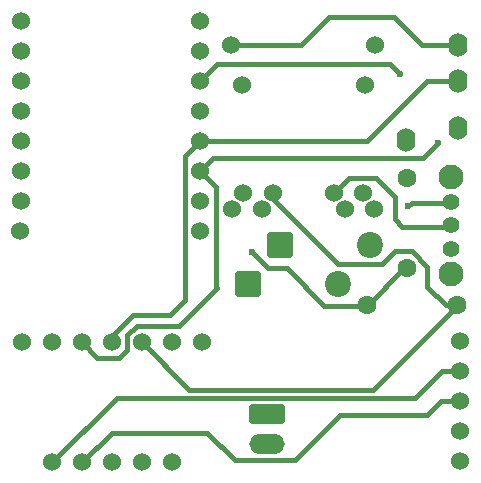
<source format=gtl>
G04 #@! TF.GenerationSoftware,KiCad,Pcbnew,9.0.2*
G04 #@! TF.CreationDate,2025-07-15T04:36:50-04:00*
G04 #@! TF.ProjectId,FBT,4642542e-6b69-4636-9164-5f7063625858,rev?*
G04 #@! TF.SameCoordinates,Original*
G04 #@! TF.FileFunction,Copper,L1,Top*
G04 #@! TF.FilePolarity,Positive*
%FSLAX46Y46*%
G04 Gerber Fmt 4.6, Leading zero omitted, Abs format (unit mm)*
G04 Created by KiCad (PCBNEW 9.0.2) date 2025-07-15 04:36:50*
%MOMM*%
%LPD*%
G01*
G04 APERTURE LIST*
G04 Aperture macros list*
%AMRoundRect*
0 Rectangle with rounded corners*
0 $1 Rounding radius*
0 $2 $3 $4 $5 $6 $7 $8 $9 X,Y pos of 4 corners*
0 Add a 4 corners polygon primitive as box body*
4,1,4,$2,$3,$4,$5,$6,$7,$8,$9,$2,$3,0*
0 Add four circle primitives for the rounded corners*
1,1,$1+$1,$2,$3*
1,1,$1+$1,$4,$5*
1,1,$1+$1,$6,$7*
1,1,$1+$1,$8,$9*
0 Add four rect primitives between the rounded corners*
20,1,$1+$1,$2,$3,$4,$5,0*
20,1,$1+$1,$4,$5,$6,$7,0*
20,1,$1+$1,$6,$7,$8,$9,0*
20,1,$1+$1,$8,$9,$2,$3,0*%
G04 Aperture macros list end*
G04 #@! TA.AperFunction,ComponentPad*
%ADD10C,1.524000*%
G04 #@! TD*
G04 #@! TA.AperFunction,ComponentPad*
%ADD11RoundRect,0.249999X-0.850001X-0.850001X0.850001X-0.850001X0.850001X0.850001X-0.850001X0.850001X0*%
G04 #@! TD*
G04 #@! TA.AperFunction,ComponentPad*
%ADD12C,2.200000*%
G04 #@! TD*
G04 #@! TA.AperFunction,ComponentPad*
%ADD13O,1.600000X2.000000*%
G04 #@! TD*
G04 #@! TA.AperFunction,ComponentPad*
%ADD14C,2.100000*%
G04 #@! TD*
G04 #@! TA.AperFunction,ComponentPad*
%ADD15C,1.400000*%
G04 #@! TD*
G04 #@! TA.AperFunction,ComponentPad*
%ADD16RoundRect,0.250000X-1.250000X0.600000X-1.250000X-0.600000X1.250000X-0.600000X1.250000X0.600000X0*%
G04 #@! TD*
G04 #@! TA.AperFunction,ComponentPad*
%ADD17O,3.000000X1.700000*%
G04 #@! TD*
G04 #@! TA.AperFunction,ComponentPad*
%ADD18C,1.600000*%
G04 #@! TD*
G04 #@! TA.AperFunction,ViaPad*
%ADD19C,0.600000*%
G04 #@! TD*
G04 #@! TA.AperFunction,Conductor*
%ADD20C,0.400000*%
G04 #@! TD*
G04 APERTURE END LIST*
D10*
X113516004Y-96981392D03*
X113516004Y-99521392D03*
X113516004Y-102061392D03*
X113516004Y-104601392D03*
X113516004Y-107141392D03*
X113516004Y-109681392D03*
X113516004Y-112221392D03*
X113516004Y-114761392D03*
X98276004Y-114761392D03*
X98316004Y-112221392D03*
X98316004Y-109681392D03*
X98316004Y-107141392D03*
X98316004Y-104601392D03*
X98316004Y-102061392D03*
X98316004Y-99521392D03*
X98316004Y-96981392D03*
X127418024Y-102400000D03*
X117018024Y-102400000D03*
X117118024Y-111600000D03*
X119618024Y-111600000D03*
X124818024Y-111600000D03*
X127318024Y-111600000D03*
D11*
X117510000Y-119300000D03*
D12*
X125130000Y-119300000D03*
D11*
X120290000Y-116000000D03*
D12*
X127910000Y-116000000D03*
D13*
X135320000Y-106050000D03*
X135320000Y-102050000D03*
X135320000Y-99050000D03*
X130920000Y-107050000D03*
D14*
X134700000Y-118400000D03*
X134700000Y-110200000D03*
D15*
X134700000Y-116300000D03*
X134700000Y-114300000D03*
X134700000Y-112300000D03*
D16*
X119120000Y-130300000D03*
D17*
X119120000Y-132800000D03*
D10*
X128320000Y-99050000D03*
X116120000Y-99050000D03*
X116220000Y-112950000D03*
X118720000Y-112950000D03*
X125720000Y-112950000D03*
X128220000Y-112950000D03*
X135520000Y-134280000D03*
X135520000Y-131740000D03*
X135520000Y-129200000D03*
X135520000Y-126660000D03*
X135520000Y-124120000D03*
X113640000Y-124220000D03*
X111100000Y-124220000D03*
X108560000Y-124220000D03*
X106020000Y-124220000D03*
X103480000Y-124220000D03*
X100940000Y-124220000D03*
X98400000Y-124220000D03*
X100940000Y-134380000D03*
X103480000Y-134380000D03*
X106020000Y-134380000D03*
X108560000Y-134380000D03*
X111100000Y-134380000D03*
D18*
X135220000Y-121050000D03*
X127600000Y-121050000D03*
X131000000Y-117920000D03*
X131000000Y-110300000D03*
D19*
X133600000Y-107350000D03*
X130420000Y-101500000D03*
X117920000Y-116600000D03*
X131120000Y-112700000D03*
D20*
X114597396Y-108600000D02*
X113516004Y-109681392D01*
X114920000Y-119600000D02*
X114857000Y-119537000D01*
X103480000Y-124220000D02*
X104760000Y-125500000D01*
X132350000Y-108600000D02*
X114597396Y-108600000D01*
X107300000Y-124820000D02*
X107300000Y-123620000D01*
X111720000Y-122800000D02*
X114920000Y-119600000D01*
X114857000Y-111022388D02*
X113516004Y-109681392D01*
X114857000Y-119537000D02*
X114857000Y-111022388D01*
X104760000Y-125500000D02*
X106620000Y-125500000D01*
X108120000Y-122800000D02*
X111720000Y-122800000D01*
X107300000Y-123620000D02*
X108120000Y-122800000D01*
X106620000Y-125500000D02*
X107300000Y-124820000D01*
X133600000Y-107350000D02*
X132350000Y-108600000D01*
X129570000Y-100650000D02*
X130420000Y-101500000D01*
X114927396Y-100650000D02*
X129570000Y-100650000D01*
X113516004Y-102061392D02*
X114927396Y-100650000D01*
X127600000Y-121100000D02*
X130780000Y-117920000D01*
X117920000Y-116600000D02*
X119220000Y-117900000D01*
X124010000Y-121100000D02*
X127600000Y-121100000D01*
X120810000Y-117900000D02*
X124010000Y-121100000D01*
X130780000Y-117920000D02*
X130920000Y-117920000D01*
X119220000Y-117900000D02*
X120810000Y-117900000D01*
X106020000Y-124220000D02*
X106020000Y-123700000D01*
X107820000Y-121900000D02*
X110920000Y-121900000D01*
X112220000Y-120600000D02*
X112220000Y-108437396D01*
X106020000Y-123700000D02*
X107820000Y-121900000D01*
X135320000Y-102050000D02*
X132670000Y-102050000D01*
X112220000Y-108437396D02*
X113516004Y-107141392D01*
X127578608Y-107141392D02*
X113516004Y-107141392D01*
X132670000Y-102050000D02*
X127578608Y-107141392D01*
X110920000Y-121900000D02*
X112220000Y-120600000D01*
X130020000Y-113800000D02*
X130620000Y-114400000D01*
X130620000Y-114400000D02*
X134620000Y-114400000D01*
X128420000Y-110300000D02*
X130020000Y-111900000D01*
X124818024Y-111600000D02*
X126118024Y-110300000D01*
X130020000Y-111900000D02*
X130020000Y-113800000D01*
X126118024Y-110300000D02*
X128420000Y-110300000D01*
X135220000Y-121100000D02*
X128120000Y-128200000D01*
X132720000Y-119500000D02*
X134270000Y-121050000D01*
X135320000Y-99050000D02*
X132270000Y-99050000D01*
X132720000Y-117800000D02*
X132720000Y-119500000D01*
X132270000Y-99050000D02*
X129920000Y-96700000D01*
X128120000Y-128200000D02*
X112540000Y-128200000D01*
X122070000Y-99050000D02*
X116120000Y-99050000D01*
X125200000Y-117600000D02*
X128920000Y-117600000D01*
X131420000Y-116500000D02*
X132720000Y-117800000D01*
X119664947Y-112064947D02*
X125200000Y-117600000D01*
X129920000Y-96700000D02*
X124420000Y-96700000D01*
X112540000Y-128200000D02*
X108560000Y-124220000D01*
X119664947Y-111698735D02*
X119664947Y-112064947D01*
X135220000Y-121050000D02*
X135220000Y-121100000D01*
X128920000Y-117600000D02*
X130020000Y-116500000D01*
X134270000Y-121050000D02*
X135220000Y-121050000D01*
X124420000Y-96700000D02*
X122070000Y-99050000D01*
X130020000Y-116500000D02*
X131420000Y-116500000D01*
X131420000Y-112400000D02*
X134620000Y-112400000D01*
X131120000Y-112700000D02*
X131420000Y-112400000D01*
X133960000Y-126660000D02*
X135520000Y-126660000D01*
X131720000Y-128900000D02*
X133960000Y-126660000D01*
X106420000Y-128900000D02*
X131720000Y-128900000D01*
X100940000Y-134380000D02*
X106420000Y-128900000D01*
X125320000Y-130400000D02*
X132720000Y-130400000D01*
X116420000Y-134200000D02*
X121520000Y-134200000D01*
X132720000Y-130400000D02*
X133920000Y-129200000D01*
X103480000Y-134380000D02*
X106019591Y-131840409D01*
X106019591Y-131840409D02*
X114060409Y-131840409D01*
X121520000Y-134200000D02*
X125320000Y-130400000D01*
X133920000Y-129200000D02*
X135520000Y-129200000D01*
X114060409Y-131840409D02*
X116420000Y-134200000D01*
M02*

</source>
